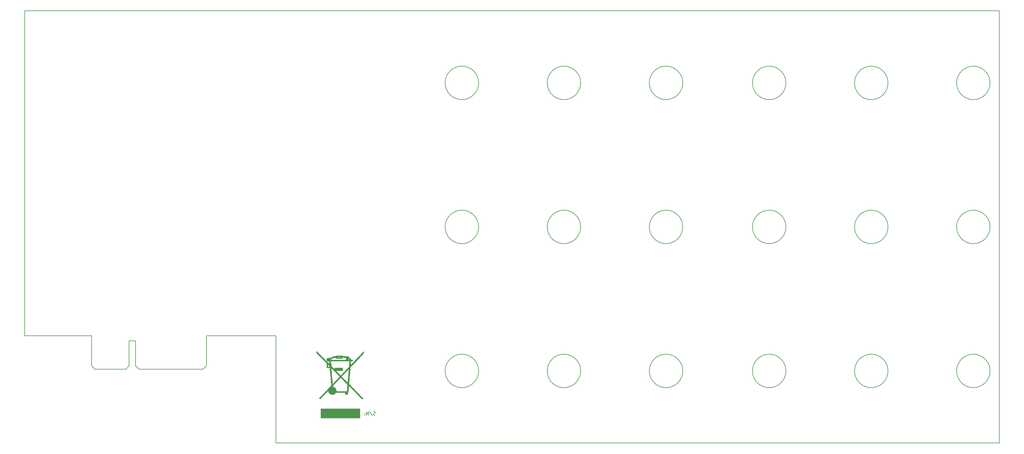
<source format=gbr>
G04 #@! TF.GenerationSoftware,KiCad,Pcbnew,6.0.7-f9a2dced07~116~ubuntu22.04.1*
G04 #@! TF.CreationDate,2023-05-03T15:08:02+01:00*
G04 #@! TF.ProjectId,hiltop_backplane_brd,68696c74-6f70-45f6-9261-636b706c616e,A*
G04 #@! TF.SameCoordinates,Original*
G04 #@! TF.FileFunction,Legend,Bot*
G04 #@! TF.FilePolarity,Positive*
%FSLAX46Y46*%
G04 Gerber Fmt 4.6, Leading zero omitted, Abs format (unit mm)*
G04 Created by KiCad (PCBNEW 6.0.7-f9a2dced07~116~ubuntu22.04.1) date 2023-05-03 15:08:02*
%MOMM*%
%LPD*%
G01*
G04 APERTURE LIST*
G04 #@! TA.AperFunction,Profile*
%ADD10C,0.150000*%
G04 #@! TD*
%ADD11C,0.200000*%
%ADD12C,0.010000*%
G04 APERTURE END LIST*
D10*
X179840000Y-50700000D02*
G75*
G03*
X179840000Y-50700000I-5000000J0D01*
G01*
X210320000Y-50700000D02*
G75*
G03*
X210320000Y-50700000I-5000000J0D01*
G01*
X240800000Y-50700000D02*
G75*
G03*
X240800000Y-50700000I-5000000J0D01*
G01*
X210320000Y-93700000D02*
G75*
G03*
X210320000Y-93700000I-5000000J0D01*
G01*
X240800000Y-93700000D02*
G75*
G03*
X240800000Y-93700000I-5000000J0D01*
G01*
X179840000Y-136700000D02*
G75*
G03*
X179840000Y-136700000I-5000000J0D01*
G01*
X210320000Y-136700000D02*
G75*
G03*
X210320000Y-136700000I-5000000J0D01*
G01*
X240800000Y-136700000D02*
G75*
G03*
X240800000Y-136700000I-5000000J0D01*
G01*
X179840000Y-93700000D02*
G75*
G03*
X179840000Y-93700000I-5000000J0D01*
G01*
X271600000Y-136700000D02*
G75*
G03*
X271600000Y-136700000I-5000000J0D01*
G01*
X65300000Y-136200000D02*
X74500000Y-136200000D01*
X75500000Y-135200000D02*
X75500000Y-127700000D01*
X98600000Y-126200000D02*
X119300000Y-126200000D01*
X302080000Y-136700000D02*
G75*
G03*
X302080000Y-136700000I-5000000J0D01*
G01*
X332560000Y-93700000D02*
G75*
G03*
X332560000Y-93700000I-5000000J0D01*
G01*
X75500000Y-135200000D02*
X74500000Y-136200000D01*
X97600000Y-136200000D02*
X98600000Y-135200000D01*
X332560000Y-50700000D02*
G75*
G03*
X332560000Y-50700000I-5000000J0D01*
G01*
X271600000Y-50700000D02*
G75*
G03*
X271600000Y-50700000I-5000000J0D01*
G01*
X302080000Y-93700000D02*
G75*
G03*
X302080000Y-93700000I-5000000J0D01*
G01*
X44300000Y-29200000D02*
X335300000Y-29200000D01*
X64300000Y-135200000D02*
X64300000Y-126200000D01*
X271600000Y-93700000D02*
G75*
G03*
X271600000Y-93700000I-5000000J0D01*
G01*
X332560000Y-136700000D02*
G75*
G03*
X332560000Y-136700000I-5000000J0D01*
G01*
X77400000Y-135200000D02*
X78400000Y-136200000D01*
X119300000Y-136200000D02*
X119300000Y-158200000D01*
X44300000Y-126200000D02*
X44300000Y-29200000D01*
X119300000Y-126200000D02*
X119300000Y-136200000D01*
X78400000Y-136200000D02*
X97600000Y-136200000D01*
X64300000Y-135200000D02*
X65300000Y-136200000D01*
X75500000Y-127700000D02*
X77400000Y-127700000D01*
X98600000Y-135200000D02*
X98600000Y-127700000D01*
X335300000Y-29200000D02*
X335300000Y-158200000D01*
X302080000Y-50700000D02*
G75*
G03*
X302080000Y-50700000I-5000000J0D01*
G01*
X98600000Y-127700000D02*
X98600000Y-126200000D01*
X335300000Y-158200000D02*
X119300000Y-158200000D01*
X77400000Y-127700000D02*
X77400000Y-135200000D01*
X64300000Y-126200000D02*
X44300000Y-126200000D01*
D11*
X148991428Y-149824761D02*
X148848571Y-149872380D01*
X148610476Y-149872380D01*
X148515238Y-149824761D01*
X148467619Y-149777142D01*
X148420000Y-149681904D01*
X148420000Y-149586666D01*
X148467619Y-149491428D01*
X148515238Y-149443809D01*
X148610476Y-149396190D01*
X148800952Y-149348571D01*
X148896190Y-149300952D01*
X148943809Y-149253333D01*
X148991428Y-149158095D01*
X148991428Y-149062857D01*
X148943809Y-148967619D01*
X148896190Y-148920000D01*
X148800952Y-148872380D01*
X148562857Y-148872380D01*
X148420000Y-148920000D01*
X147277142Y-148824761D02*
X148134285Y-150110476D01*
X146943809Y-149872380D02*
X146943809Y-148872380D01*
X146372380Y-149872380D01*
X146372380Y-148872380D01*
X145896190Y-149777142D02*
X145848571Y-149824761D01*
X145896190Y-149872380D01*
X145943809Y-149824761D01*
X145896190Y-149777142D01*
X145896190Y-149872380D01*
X145896190Y-149253333D02*
X145848571Y-149300952D01*
X145896190Y-149348571D01*
X145943809Y-149300952D01*
X145896190Y-149253333D01*
X145896190Y-149348571D01*
G36*
X144371147Y-150793443D02*
G01*
X132712131Y-150793443D01*
X132712131Y-147920328D01*
X144371147Y-147920328D01*
X144371147Y-150793443D01*
G37*
D12*
X144371147Y-150793443D02*
X132712131Y-150793443D01*
X132712131Y-147920328D01*
X144371147Y-147920328D01*
X144371147Y-150793443D01*
G36*
X141850091Y-133384600D02*
G01*
X141981399Y-133388197D01*
X142205901Y-133388197D01*
X142205901Y-133762951D01*
X141677616Y-133762951D01*
X141628290Y-134351669D01*
X141621668Y-134432155D01*
X141606238Y-134633636D01*
X141595339Y-134797583D01*
X141589911Y-134908857D01*
X141590897Y-134952318D01*
X141605247Y-134939825D01*
X141670724Y-134874698D01*
X141783918Y-134759266D01*
X141939102Y-134599513D01*
X142130548Y-134401423D01*
X142352528Y-134170980D01*
X142599313Y-133914167D01*
X142865174Y-133636968D01*
X143144385Y-133345368D01*
X143431216Y-133045350D01*
X143719940Y-132742899D01*
X144004827Y-132443997D01*
X144280151Y-132154629D01*
X144540182Y-131880779D01*
X144779193Y-131628430D01*
X144991456Y-131403567D01*
X145171241Y-131212173D01*
X145492482Y-130869017D01*
X145493946Y-131161336D01*
X145495409Y-131453656D01*
X143506746Y-133545079D01*
X141518082Y-135636502D01*
X141478329Y-136113182D01*
X141319274Y-138020464D01*
X141291163Y-138358749D01*
X141256282Y-138782025D01*
X141224089Y-139176604D01*
X141195201Y-139534732D01*
X141170233Y-139848654D01*
X141149800Y-140110614D01*
X141134519Y-140312856D01*
X141125004Y-140447624D01*
X141121872Y-140507164D01*
X141130140Y-140534446D01*
X141167297Y-140593359D01*
X141237766Y-140682146D01*
X141271775Y-140720953D01*
X141345300Y-140804854D01*
X141493649Y-140965527D01*
X141686567Y-141168210D01*
X141927805Y-141416949D01*
X142221114Y-141715789D01*
X142570246Y-142068775D01*
X142799924Y-142300405D01*
X143120099Y-142623490D01*
X143439151Y-142945639D01*
X143747489Y-143257160D01*
X144035520Y-143548357D01*
X144293655Y-143809536D01*
X144512301Y-144031002D01*
X144681866Y-144203062D01*
X145346520Y-144878477D01*
X145225797Y-145004485D01*
X145197326Y-145032875D01*
X145113331Y-145102590D01*
X145055709Y-145130492D01*
X145010596Y-145106672D01*
X144926723Y-145035191D01*
X144826171Y-144932705D01*
X144764966Y-144867973D01*
X144650824Y-144749767D01*
X144489504Y-144583969D01*
X144286701Y-144376395D01*
X144048113Y-144132858D01*
X143779435Y-143859174D01*
X143486366Y-143561158D01*
X143174601Y-143244624D01*
X142849838Y-142915388D01*
X141053678Y-141095857D01*
X140980512Y-142040961D01*
X140964563Y-142242684D01*
X140941271Y-142513846D01*
X140920263Y-142719229D01*
X140899983Y-142869629D01*
X140878873Y-142975842D01*
X140855376Y-143048663D01*
X140827935Y-143098888D01*
X140789530Y-143169083D01*
X140757929Y-143298131D01*
X140748524Y-143484052D01*
X140748524Y-143756394D01*
X139999016Y-143756394D01*
X139999016Y-143173443D01*
X137198859Y-143173443D01*
X137036999Y-143357326D01*
X136992733Y-143405209D01*
X136752825Y-143597578D01*
X136481760Y-143716006D01*
X136188258Y-143756394D01*
X135929274Y-143734981D01*
X135636345Y-143644713D01*
X135385579Y-143483379D01*
X135336705Y-143437270D01*
X135214564Y-143288003D01*
X135107402Y-143114120D01*
X135030557Y-142942724D01*
X134999368Y-142800923D01*
X134998765Y-142780339D01*
X134994279Y-142704912D01*
X134982549Y-142652812D01*
X134958011Y-142628160D01*
X134915099Y-142635074D01*
X134848246Y-142677673D01*
X134751889Y-142760077D01*
X134620461Y-142886405D01*
X134448397Y-143060777D01*
X134230131Y-143287311D01*
X133960097Y-143570127D01*
X133816262Y-143721091D01*
X133575835Y-143973854D01*
X133348366Y-144213493D01*
X133142771Y-144430590D01*
X132967961Y-144615725D01*
X132832853Y-144759483D01*
X132746360Y-144852444D01*
X132509934Y-145109672D01*
X132363806Y-144963935D01*
X132217678Y-144818197D01*
X134025168Y-142923607D01*
X134139134Y-142804065D01*
X134544594Y-142377161D01*
X134892648Y-142007872D01*
X135184339Y-141695052D01*
X135420711Y-141437555D01*
X135587854Y-141250934D01*
X136272194Y-141250934D01*
X136277575Y-141294845D01*
X136278514Y-141299433D01*
X136323360Y-141403444D01*
X136412936Y-141451907D01*
X136689049Y-141555224D01*
X136935054Y-141727340D01*
X137128538Y-141955012D01*
X137261144Y-142228289D01*
X137324511Y-142537218D01*
X137345500Y-142798689D01*
X140489660Y-142798689D01*
X140511581Y-142705000D01*
X140515459Y-142682008D01*
X140527509Y-142579193D01*
X140543953Y-142412955D01*
X140563567Y-142196538D01*
X140585132Y-141943183D01*
X140607424Y-141666132D01*
X140681346Y-140720953D01*
X139684931Y-139709083D01*
X139502170Y-139524100D01*
X139278557Y-139299529D01*
X139077947Y-139100029D01*
X138907380Y-138932500D01*
X138773892Y-138803842D01*
X138684522Y-138720955D01*
X138646307Y-138690741D01*
X138620681Y-138705177D01*
X138544357Y-138770863D01*
X138429493Y-138880586D01*
X138286364Y-139024452D01*
X138125246Y-139192566D01*
X138083215Y-139237151D01*
X137894758Y-139436582D01*
X137670190Y-139673648D01*
X137426419Y-139930527D01*
X137180354Y-140189399D01*
X136948902Y-140432441D01*
X136934998Y-140447026D01*
X136719816Y-140673451D01*
X136555619Y-140848783D01*
X136435916Y-140981360D01*
X136354215Y-141079524D01*
X136304022Y-141151614D01*
X136278846Y-141205971D01*
X136272194Y-141250934D01*
X135587854Y-141250934D01*
X135602807Y-141234238D01*
X135731670Y-141083953D01*
X135808343Y-140985556D01*
X135833870Y-140937902D01*
X135833873Y-140937619D01*
X135830371Y-140878229D01*
X135820143Y-140745100D01*
X135803988Y-140547292D01*
X135782707Y-140293866D01*
X135757104Y-139993884D01*
X135727978Y-139656406D01*
X135696131Y-139290494D01*
X135662364Y-138905208D01*
X135627480Y-138509610D01*
X135592278Y-138112761D01*
X135557561Y-137723721D01*
X135524129Y-137351553D01*
X135492785Y-137005316D01*
X135464330Y-136694072D01*
X135439564Y-136426882D01*
X135419289Y-136212807D01*
X135404307Y-136060908D01*
X135395419Y-135980246D01*
X135377499Y-135845143D01*
X135805296Y-135845143D01*
X135810776Y-135947538D01*
X135822835Y-136119734D01*
X135840868Y-136354301D01*
X135864272Y-136643804D01*
X135892444Y-136980812D01*
X135924779Y-137357892D01*
X135960675Y-137767611D01*
X135999527Y-138202536D01*
X136029899Y-138537958D01*
X136067940Y-138953936D01*
X136103556Y-139338851D01*
X136136039Y-139685289D01*
X136164682Y-139985839D01*
X136188777Y-140233087D01*
X136207616Y-140419622D01*
X136220490Y-140538030D01*
X136226692Y-140580900D01*
X136245505Y-140567619D01*
X136314493Y-140502424D01*
X136426592Y-140390441D01*
X136574085Y-140239820D01*
X136749256Y-140058711D01*
X136944386Y-139855268D01*
X137151760Y-139637639D01*
X137363659Y-139413977D01*
X137572368Y-139192433D01*
X137770168Y-138981157D01*
X137949343Y-138788302D01*
X138102176Y-138622017D01*
X138220949Y-138490454D01*
X138297947Y-138401764D01*
X138320442Y-138370956D01*
X138922546Y-138370956D01*
X139835535Y-139283238D01*
X140058795Y-139505954D01*
X140269212Y-139714371D01*
X140432210Y-139873117D01*
X140553763Y-139987343D01*
X140639842Y-140062200D01*
X140696421Y-140102839D01*
X140729471Y-140114411D01*
X140744965Y-140102066D01*
X140748875Y-140070957D01*
X140751382Y-140020972D01*
X140760414Y-139892266D01*
X140775341Y-139696929D01*
X140795443Y-139443860D01*
X140820004Y-139141961D01*
X140848306Y-138800131D01*
X140879631Y-138427272D01*
X140913262Y-138032283D01*
X140942951Y-137684157D01*
X140973888Y-137317490D01*
X141001629Y-136984563D01*
X141025506Y-136693580D01*
X141044853Y-136452746D01*
X141059005Y-136270265D01*
X141067296Y-136154342D01*
X141069059Y-136113182D01*
X141067662Y-136113956D01*
X141028339Y-136151847D01*
X140940986Y-136240755D01*
X140813297Y-136372615D01*
X140652966Y-136539364D01*
X140467687Y-136732937D01*
X140265156Y-136945270D01*
X140053065Y-137168299D01*
X139839109Y-137393959D01*
X139630982Y-137614188D01*
X139436379Y-137820919D01*
X139262994Y-138006090D01*
X138928945Y-138364098D01*
X138922546Y-138370956D01*
X138320442Y-138370956D01*
X138325450Y-138364098D01*
X138298489Y-138327596D01*
X138220105Y-138240225D01*
X138097581Y-138109514D01*
X137938206Y-137942829D01*
X137749276Y-137747539D01*
X137538081Y-137531011D01*
X137311914Y-137300613D01*
X137078067Y-137063714D01*
X136843834Y-136827679D01*
X136616505Y-136599878D01*
X136403375Y-136387677D01*
X136211734Y-136198446D01*
X136048877Y-136039550D01*
X135922094Y-135918358D01*
X135838678Y-135842238D01*
X135805923Y-135818558D01*
X135805296Y-135845143D01*
X135377499Y-135845143D01*
X135371946Y-135803279D01*
X134460983Y-135803279D01*
X134460462Y-135470164D01*
X134794098Y-135470164D01*
X135064754Y-135470164D01*
X135088832Y-135470143D01*
X135224784Y-135467242D01*
X135298720Y-135454837D01*
X135329356Y-135426368D01*
X135335409Y-135375273D01*
X135308749Y-135300164D01*
X135217431Y-135175220D01*
X135064754Y-135012131D01*
X134794098Y-134743881D01*
X134794098Y-135470164D01*
X134460462Y-135470164D01*
X134459893Y-135105820D01*
X134458802Y-134408361D01*
X131467052Y-131368689D01*
X131465001Y-131080316D01*
X131462950Y-130791945D01*
X133257168Y-132610562D01*
X133430584Y-132786222D01*
X133790428Y-133149736D01*
X134098084Y-133458836D01*
X134357527Y-133717326D01*
X134572732Y-133929008D01*
X134747673Y-134097688D01*
X134886327Y-134227169D01*
X134992667Y-134321255D01*
X135070669Y-134383749D01*
X135124308Y-134418457D01*
X135157558Y-134429180D01*
X135213622Y-134425933D01*
X135245095Y-134402216D01*
X135250524Y-134337328D01*
X135237473Y-134210574D01*
X135228475Y-134130770D01*
X135215955Y-133997382D01*
X135210910Y-133908689D01*
X135208441Y-133878114D01*
X135184372Y-133845368D01*
X135117883Y-133834516D01*
X134988805Y-133839252D01*
X134955848Y-133841109D01*
X134823923Y-133839016D01*
X134730083Y-133810027D01*
X134663939Y-133762951D01*
X135601968Y-133762951D01*
X135615748Y-133919098D01*
X135622112Y-133989944D01*
X135641945Y-134183371D01*
X135661489Y-134310770D01*
X135684340Y-134385379D01*
X135714096Y-134420437D01*
X135754354Y-134429180D01*
X135790552Y-134435136D01*
X135814557Y-134463590D01*
X135827970Y-134529738D01*
X135833806Y-134648769D01*
X135835082Y-134835874D01*
X135835082Y-135242568D01*
X135968200Y-135375273D01*
X136293114Y-135699180D01*
X136751147Y-136155793D01*
X136751147Y-135803279D01*
X139249508Y-135803279D01*
X139249508Y-136594426D01*
X137201340Y-136594426D01*
X137895958Y-137312705D01*
X138029008Y-137449892D01*
X138212986Y-137638202D01*
X138372740Y-137800073D01*
X138499903Y-137927100D01*
X138586108Y-138010879D01*
X138622988Y-138043004D01*
X138637006Y-138034144D01*
X138702739Y-137974589D01*
X138816083Y-137864312D01*
X138970981Y-137709438D01*
X139161380Y-137516090D01*
X139381223Y-137290395D01*
X139624457Y-137038476D01*
X139885025Y-136766457D01*
X140146931Y-136491582D01*
X140403672Y-136220679D01*
X140611879Y-135998634D01*
X140776645Y-135819562D01*
X140903063Y-135677574D01*
X140996226Y-135566785D01*
X141061225Y-135481308D01*
X141103153Y-135415256D01*
X141127104Y-135362742D01*
X141138168Y-135317880D01*
X141141101Y-135296029D01*
X141154108Y-135175618D01*
X141170569Y-134998352D01*
X141188675Y-134784442D01*
X141206614Y-134554098D01*
X141212697Y-134473874D01*
X141230270Y-134257112D01*
X141247026Y-134070145D01*
X141261315Y-133930734D01*
X141271484Y-133856639D01*
X141291422Y-133762951D01*
X135601968Y-133762951D01*
X134663939Y-133762951D01*
X134637594Y-133744201D01*
X134621666Y-133730343D01*
X134491398Y-133562527D01*
X134439807Y-133388197D01*
X135568344Y-133388197D01*
X140252501Y-133388197D01*
X140956721Y-133388197D01*
X141145563Y-133388197D01*
X141202140Y-133387797D01*
X141285970Y-133380512D01*
X141310171Y-133356909D01*
X141291385Y-133307814D01*
X141285833Y-133298454D01*
X141223515Y-133226470D01*
X141133229Y-133146584D01*
X141043167Y-133081790D01*
X140981523Y-133055082D01*
X140975979Y-133059304D01*
X140962227Y-133117298D01*
X140956721Y-133221639D01*
X140956721Y-133388197D01*
X140252501Y-133388197D01*
X140240266Y-133087887D01*
X140228032Y-132787577D01*
X139978196Y-132737392D01*
X139852906Y-132714632D01*
X139643676Y-132682764D01*
X139447295Y-132658722D01*
X139166229Y-132630237D01*
X139166229Y-132971803D01*
X137250819Y-132971803D01*
X137250819Y-132670732D01*
X137011393Y-132699311D01*
X136645567Y-132760561D01*
X136277391Y-132871305D01*
X135972848Y-133025729D01*
X135726777Y-133225947D01*
X135568344Y-133388197D01*
X134439807Y-133388197D01*
X134434076Y-133368831D01*
X134451635Y-133165641D01*
X134546013Y-132969344D01*
X134555147Y-132957121D01*
X134681277Y-132851964D01*
X134845705Y-132789762D01*
X135022956Y-132773217D01*
X135187555Y-132805030D01*
X135314027Y-132887903D01*
X135356848Y-132930211D01*
X135398564Y-132940465D01*
X135458299Y-132908745D01*
X135559170Y-132829550D01*
X135590118Y-132805208D01*
X135829064Y-132651582D01*
X136112143Y-132514965D01*
X136343668Y-132430492D01*
X137583934Y-132430492D01*
X137583934Y-132638689D01*
X138833114Y-132638689D01*
X138833114Y-132430492D01*
X137583934Y-132430492D01*
X136343668Y-132430492D01*
X136412997Y-132405197D01*
X136705268Y-132332120D01*
X136962599Y-132305574D01*
X136989938Y-132305363D01*
X137141893Y-132290569D01*
X137225343Y-132249091D01*
X137250819Y-132176201D01*
X137253811Y-132153237D01*
X137270167Y-132133486D01*
X137309893Y-132119029D01*
X137382972Y-132109043D01*
X137499390Y-132102706D01*
X137669131Y-132099198D01*
X137902181Y-132097695D01*
X138208524Y-132097377D01*
X138495562Y-132097938D01*
X138739526Y-132100205D01*
X138918124Y-132104776D01*
X139040723Y-132112244D01*
X139116695Y-132123200D01*
X139155407Y-132138238D01*
X139166229Y-132157949D01*
X139201824Y-132206349D01*
X139301557Y-132237236D01*
X139339730Y-132242640D01*
X139469885Y-132261662D01*
X139643082Y-132287447D01*
X139832459Y-132316008D01*
X139936900Y-132330547D01*
X140089750Y-132346294D01*
X140197597Y-132350092D01*
X140241912Y-132340819D01*
X140249479Y-132334778D01*
X140319340Y-132319859D01*
X140445011Y-132309471D01*
X140606256Y-132305574D01*
X140956721Y-132305574D01*
X140956760Y-132430492D01*
X140956763Y-132440902D01*
X140958399Y-132483786D01*
X140979696Y-132555787D01*
X141040309Y-132616850D01*
X141158549Y-132689536D01*
X141262345Y-132755943D01*
X141420366Y-132883441D01*
X141563572Y-133026572D01*
X141673116Y-133165812D01*
X141730152Y-133281637D01*
X141744126Y-133326269D01*
X141770014Y-133356909D01*
X141778743Y-133367241D01*
X141850091Y-133384600D01*
G37*
X141850091Y-133384600D02*
X141981399Y-133388197D01*
X142205901Y-133388197D01*
X142205901Y-133762951D01*
X141677616Y-133762951D01*
X141628290Y-134351669D01*
X141621668Y-134432155D01*
X141606238Y-134633636D01*
X141595339Y-134797583D01*
X141589911Y-134908857D01*
X141590897Y-134952318D01*
X141605247Y-134939825D01*
X141670724Y-134874698D01*
X141783918Y-134759266D01*
X141939102Y-134599513D01*
X142130548Y-134401423D01*
X142352528Y-134170980D01*
X142599313Y-133914167D01*
X142865174Y-133636968D01*
X143144385Y-133345368D01*
X143431216Y-133045350D01*
X143719940Y-132742899D01*
X144004827Y-132443997D01*
X144280151Y-132154629D01*
X144540182Y-131880779D01*
X144779193Y-131628430D01*
X144991456Y-131403567D01*
X145171241Y-131212173D01*
X145492482Y-130869017D01*
X145493946Y-131161336D01*
X145495409Y-131453656D01*
X143506746Y-133545079D01*
X141518082Y-135636502D01*
X141478329Y-136113182D01*
X141319274Y-138020464D01*
X141291163Y-138358749D01*
X141256282Y-138782025D01*
X141224089Y-139176604D01*
X141195201Y-139534732D01*
X141170233Y-139848654D01*
X141149800Y-140110614D01*
X141134519Y-140312856D01*
X141125004Y-140447624D01*
X141121872Y-140507164D01*
X141130140Y-140534446D01*
X141167297Y-140593359D01*
X141237766Y-140682146D01*
X141271775Y-140720953D01*
X141345300Y-140804854D01*
X141493649Y-140965527D01*
X141686567Y-141168210D01*
X141927805Y-141416949D01*
X142221114Y-141715789D01*
X142570246Y-142068775D01*
X142799924Y-142300405D01*
X143120099Y-142623490D01*
X143439151Y-142945639D01*
X143747489Y-143257160D01*
X144035520Y-143548357D01*
X144293655Y-143809536D01*
X144512301Y-144031002D01*
X144681866Y-144203062D01*
X145346520Y-144878477D01*
X145225797Y-145004485D01*
X145197326Y-145032875D01*
X145113331Y-145102590D01*
X145055709Y-145130492D01*
X145010596Y-145106672D01*
X144926723Y-145035191D01*
X144826171Y-144932705D01*
X144764966Y-144867973D01*
X144650824Y-144749767D01*
X144489504Y-144583969D01*
X144286701Y-144376395D01*
X144048113Y-144132858D01*
X143779435Y-143859174D01*
X143486366Y-143561158D01*
X143174601Y-143244624D01*
X142849838Y-142915388D01*
X141053678Y-141095857D01*
X140980512Y-142040961D01*
X140964563Y-142242684D01*
X140941271Y-142513846D01*
X140920263Y-142719229D01*
X140899983Y-142869629D01*
X140878873Y-142975842D01*
X140855376Y-143048663D01*
X140827935Y-143098888D01*
X140789530Y-143169083D01*
X140757929Y-143298131D01*
X140748524Y-143484052D01*
X140748524Y-143756394D01*
X139999016Y-143756394D01*
X139999016Y-143173443D01*
X137198859Y-143173443D01*
X137036999Y-143357326D01*
X136992733Y-143405209D01*
X136752825Y-143597578D01*
X136481760Y-143716006D01*
X136188258Y-143756394D01*
X135929274Y-143734981D01*
X135636345Y-143644713D01*
X135385579Y-143483379D01*
X135336705Y-143437270D01*
X135214564Y-143288003D01*
X135107402Y-143114120D01*
X135030557Y-142942724D01*
X134999368Y-142800923D01*
X134998765Y-142780339D01*
X134994279Y-142704912D01*
X134982549Y-142652812D01*
X134958011Y-142628160D01*
X134915099Y-142635074D01*
X134848246Y-142677673D01*
X134751889Y-142760077D01*
X134620461Y-142886405D01*
X134448397Y-143060777D01*
X134230131Y-143287311D01*
X133960097Y-143570127D01*
X133816262Y-143721091D01*
X133575835Y-143973854D01*
X133348366Y-144213493D01*
X133142771Y-144430590D01*
X132967961Y-144615725D01*
X132832853Y-144759483D01*
X132746360Y-144852444D01*
X132509934Y-145109672D01*
X132363806Y-144963935D01*
X132217678Y-144818197D01*
X134025168Y-142923607D01*
X134139134Y-142804065D01*
X134544594Y-142377161D01*
X134892648Y-142007872D01*
X135184339Y-141695052D01*
X135420711Y-141437555D01*
X135587854Y-141250934D01*
X136272194Y-141250934D01*
X136277575Y-141294845D01*
X136278514Y-141299433D01*
X136323360Y-141403444D01*
X136412936Y-141451907D01*
X136689049Y-141555224D01*
X136935054Y-141727340D01*
X137128538Y-141955012D01*
X137261144Y-142228289D01*
X137324511Y-142537218D01*
X137345500Y-142798689D01*
X140489660Y-142798689D01*
X140511581Y-142705000D01*
X140515459Y-142682008D01*
X140527509Y-142579193D01*
X140543953Y-142412955D01*
X140563567Y-142196538D01*
X140585132Y-141943183D01*
X140607424Y-141666132D01*
X140681346Y-140720953D01*
X139684931Y-139709083D01*
X139502170Y-139524100D01*
X139278557Y-139299529D01*
X139077947Y-139100029D01*
X138907380Y-138932500D01*
X138773892Y-138803842D01*
X138684522Y-138720955D01*
X138646307Y-138690741D01*
X138620681Y-138705177D01*
X138544357Y-138770863D01*
X138429493Y-138880586D01*
X138286364Y-139024452D01*
X138125246Y-139192566D01*
X138083215Y-139237151D01*
X137894758Y-139436582D01*
X137670190Y-139673648D01*
X137426419Y-139930527D01*
X137180354Y-140189399D01*
X136948902Y-140432441D01*
X136934998Y-140447026D01*
X136719816Y-140673451D01*
X136555619Y-140848783D01*
X136435916Y-140981360D01*
X136354215Y-141079524D01*
X136304022Y-141151614D01*
X136278846Y-141205971D01*
X136272194Y-141250934D01*
X135587854Y-141250934D01*
X135602807Y-141234238D01*
X135731670Y-141083953D01*
X135808343Y-140985556D01*
X135833870Y-140937902D01*
X135833873Y-140937619D01*
X135830371Y-140878229D01*
X135820143Y-140745100D01*
X135803988Y-140547292D01*
X135782707Y-140293866D01*
X135757104Y-139993884D01*
X135727978Y-139656406D01*
X135696131Y-139290494D01*
X135662364Y-138905208D01*
X135627480Y-138509610D01*
X135592278Y-138112761D01*
X135557561Y-137723721D01*
X135524129Y-137351553D01*
X135492785Y-137005316D01*
X135464330Y-136694072D01*
X135439564Y-136426882D01*
X135419289Y-136212807D01*
X135404307Y-136060908D01*
X135395419Y-135980246D01*
X135377499Y-135845143D01*
X135805296Y-135845143D01*
X135810776Y-135947538D01*
X135822835Y-136119734D01*
X135840868Y-136354301D01*
X135864272Y-136643804D01*
X135892444Y-136980812D01*
X135924779Y-137357892D01*
X135960675Y-137767611D01*
X135999527Y-138202536D01*
X136029899Y-138537958D01*
X136067940Y-138953936D01*
X136103556Y-139338851D01*
X136136039Y-139685289D01*
X136164682Y-139985839D01*
X136188777Y-140233087D01*
X136207616Y-140419622D01*
X136220490Y-140538030D01*
X136226692Y-140580900D01*
X136245505Y-140567619D01*
X136314493Y-140502424D01*
X136426592Y-140390441D01*
X136574085Y-140239820D01*
X136749256Y-140058711D01*
X136944386Y-139855268D01*
X137151760Y-139637639D01*
X137363659Y-139413977D01*
X137572368Y-139192433D01*
X137770168Y-138981157D01*
X137949343Y-138788302D01*
X138102176Y-138622017D01*
X138220949Y-138490454D01*
X138297947Y-138401764D01*
X138320442Y-138370956D01*
X138922546Y-138370956D01*
X139835535Y-139283238D01*
X140058795Y-139505954D01*
X140269212Y-139714371D01*
X140432210Y-139873117D01*
X140553763Y-139987343D01*
X140639842Y-140062200D01*
X140696421Y-140102839D01*
X140729471Y-140114411D01*
X140744965Y-140102066D01*
X140748875Y-140070957D01*
X140751382Y-140020972D01*
X140760414Y-139892266D01*
X140775341Y-139696929D01*
X140795443Y-139443860D01*
X140820004Y-139141961D01*
X140848306Y-138800131D01*
X140879631Y-138427272D01*
X140913262Y-138032283D01*
X140942951Y-137684157D01*
X140973888Y-137317490D01*
X141001629Y-136984563D01*
X141025506Y-136693580D01*
X141044853Y-136452746D01*
X141059005Y-136270265D01*
X141067296Y-136154342D01*
X141069059Y-136113182D01*
X141067662Y-136113956D01*
X141028339Y-136151847D01*
X140940986Y-136240755D01*
X140813297Y-136372615D01*
X140652966Y-136539364D01*
X140467687Y-136732937D01*
X140265156Y-136945270D01*
X140053065Y-137168299D01*
X139839109Y-137393959D01*
X139630982Y-137614188D01*
X139436379Y-137820919D01*
X139262994Y-138006090D01*
X138928945Y-138364098D01*
X138922546Y-138370956D01*
X138320442Y-138370956D01*
X138325450Y-138364098D01*
X138298489Y-138327596D01*
X138220105Y-138240225D01*
X138097581Y-138109514D01*
X137938206Y-137942829D01*
X137749276Y-137747539D01*
X137538081Y-137531011D01*
X137311914Y-137300613D01*
X137078067Y-137063714D01*
X136843834Y-136827679D01*
X136616505Y-136599878D01*
X136403375Y-136387677D01*
X136211734Y-136198446D01*
X136048877Y-136039550D01*
X135922094Y-135918358D01*
X135838678Y-135842238D01*
X135805923Y-135818558D01*
X135805296Y-135845143D01*
X135377499Y-135845143D01*
X135371946Y-135803279D01*
X134460983Y-135803279D01*
X134460462Y-135470164D01*
X134794098Y-135470164D01*
X135064754Y-135470164D01*
X135088832Y-135470143D01*
X135224784Y-135467242D01*
X135298720Y-135454837D01*
X135329356Y-135426368D01*
X135335409Y-135375273D01*
X135308749Y-135300164D01*
X135217431Y-135175220D01*
X135064754Y-135012131D01*
X134794098Y-134743881D01*
X134794098Y-135470164D01*
X134460462Y-135470164D01*
X134459893Y-135105820D01*
X134458802Y-134408361D01*
X131467052Y-131368689D01*
X131465001Y-131080316D01*
X131462950Y-130791945D01*
X133257168Y-132610562D01*
X133430584Y-132786222D01*
X133790428Y-133149736D01*
X134098084Y-133458836D01*
X134357527Y-133717326D01*
X134572732Y-133929008D01*
X134747673Y-134097688D01*
X134886327Y-134227169D01*
X134992667Y-134321255D01*
X135070669Y-134383749D01*
X135124308Y-134418457D01*
X135157558Y-134429180D01*
X135213622Y-134425933D01*
X135245095Y-134402216D01*
X135250524Y-134337328D01*
X135237473Y-134210574D01*
X135228475Y-134130770D01*
X135215955Y-133997382D01*
X135210910Y-133908689D01*
X135208441Y-133878114D01*
X135184372Y-133845368D01*
X135117883Y-133834516D01*
X134988805Y-133839252D01*
X134955848Y-133841109D01*
X134823923Y-133839016D01*
X134730083Y-133810027D01*
X134663939Y-133762951D01*
X135601968Y-133762951D01*
X135615748Y-133919098D01*
X135622112Y-133989944D01*
X135641945Y-134183371D01*
X135661489Y-134310770D01*
X135684340Y-134385379D01*
X135714096Y-134420437D01*
X135754354Y-134429180D01*
X135790552Y-134435136D01*
X135814557Y-134463590D01*
X135827970Y-134529738D01*
X135833806Y-134648769D01*
X135835082Y-134835874D01*
X135835082Y-135242568D01*
X135968200Y-135375273D01*
X136293114Y-135699180D01*
X136751147Y-136155793D01*
X136751147Y-135803279D01*
X139249508Y-135803279D01*
X139249508Y-136594426D01*
X137201340Y-136594426D01*
X137895958Y-137312705D01*
X138029008Y-137449892D01*
X138212986Y-137638202D01*
X138372740Y-137800073D01*
X138499903Y-137927100D01*
X138586108Y-138010879D01*
X138622988Y-138043004D01*
X138637006Y-138034144D01*
X138702739Y-137974589D01*
X138816083Y-137864312D01*
X138970981Y-137709438D01*
X139161380Y-137516090D01*
X139381223Y-137290395D01*
X139624457Y-137038476D01*
X139885025Y-136766457D01*
X140146931Y-136491582D01*
X140403672Y-136220679D01*
X140611879Y-135998634D01*
X140776645Y-135819562D01*
X140903063Y-135677574D01*
X140996226Y-135566785D01*
X141061225Y-135481308D01*
X141103153Y-135415256D01*
X141127104Y-135362742D01*
X141138168Y-135317880D01*
X141141101Y-135296029D01*
X141154108Y-135175618D01*
X141170569Y-134998352D01*
X141188675Y-134784442D01*
X141206614Y-134554098D01*
X141212697Y-134473874D01*
X141230270Y-134257112D01*
X141247026Y-134070145D01*
X141261315Y-133930734D01*
X141271484Y-133856639D01*
X141291422Y-133762951D01*
X135601968Y-133762951D01*
X134663939Y-133762951D01*
X134637594Y-133744201D01*
X134621666Y-133730343D01*
X134491398Y-133562527D01*
X134439807Y-133388197D01*
X135568344Y-133388197D01*
X140252501Y-133388197D01*
X140956721Y-133388197D01*
X141145563Y-133388197D01*
X141202140Y-133387797D01*
X141285970Y-133380512D01*
X141310171Y-133356909D01*
X141291385Y-133307814D01*
X141285833Y-133298454D01*
X141223515Y-133226470D01*
X141133229Y-133146584D01*
X141043167Y-133081790D01*
X140981523Y-133055082D01*
X140975979Y-133059304D01*
X140962227Y-133117298D01*
X140956721Y-133221639D01*
X140956721Y-133388197D01*
X140252501Y-133388197D01*
X140240266Y-133087887D01*
X140228032Y-132787577D01*
X139978196Y-132737392D01*
X139852906Y-132714632D01*
X139643676Y-132682764D01*
X139447295Y-132658722D01*
X139166229Y-132630237D01*
X139166229Y-132971803D01*
X137250819Y-132971803D01*
X137250819Y-132670732D01*
X137011393Y-132699311D01*
X136645567Y-132760561D01*
X136277391Y-132871305D01*
X135972848Y-133025729D01*
X135726777Y-133225947D01*
X135568344Y-133388197D01*
X134439807Y-133388197D01*
X134434076Y-133368831D01*
X134451635Y-133165641D01*
X134546013Y-132969344D01*
X134555147Y-132957121D01*
X134681277Y-132851964D01*
X134845705Y-132789762D01*
X135022956Y-132773217D01*
X135187555Y-132805030D01*
X135314027Y-132887903D01*
X135356848Y-132930211D01*
X135398564Y-132940465D01*
X135458299Y-132908745D01*
X135559170Y-132829550D01*
X135590118Y-132805208D01*
X135829064Y-132651582D01*
X136112143Y-132514965D01*
X136343668Y-132430492D01*
X137583934Y-132430492D01*
X137583934Y-132638689D01*
X138833114Y-132638689D01*
X138833114Y-132430492D01*
X137583934Y-132430492D01*
X136343668Y-132430492D01*
X136412997Y-132405197D01*
X136705268Y-132332120D01*
X136962599Y-132305574D01*
X136989938Y-132305363D01*
X137141893Y-132290569D01*
X137225343Y-132249091D01*
X137250819Y-132176201D01*
X137253811Y-132153237D01*
X137270167Y-132133486D01*
X137309893Y-132119029D01*
X137382972Y-132109043D01*
X137499390Y-132102706D01*
X137669131Y-132099198D01*
X137902181Y-132097695D01*
X138208524Y-132097377D01*
X138495562Y-132097938D01*
X138739526Y-132100205D01*
X138918124Y-132104776D01*
X139040723Y-132112244D01*
X139116695Y-132123200D01*
X139155407Y-132138238D01*
X139166229Y-132157949D01*
X139201824Y-132206349D01*
X139301557Y-132237236D01*
X139339730Y-132242640D01*
X139469885Y-132261662D01*
X139643082Y-132287447D01*
X139832459Y-132316008D01*
X139936900Y-132330547D01*
X140089750Y-132346294D01*
X140197597Y-132350092D01*
X140241912Y-132340819D01*
X140249479Y-132334778D01*
X140319340Y-132319859D01*
X140445011Y-132309471D01*
X140606256Y-132305574D01*
X140956721Y-132305574D01*
X140956760Y-132430492D01*
X140956763Y-132440902D01*
X140958399Y-132483786D01*
X140979696Y-132555787D01*
X141040309Y-132616850D01*
X141158549Y-132689536D01*
X141262345Y-132755943D01*
X141420366Y-132883441D01*
X141563572Y-133026572D01*
X141673116Y-133165812D01*
X141730152Y-133281637D01*
X141744126Y-133326269D01*
X141770014Y-133356909D01*
X141778743Y-133367241D01*
X141850091Y-133384600D01*
M02*

</source>
